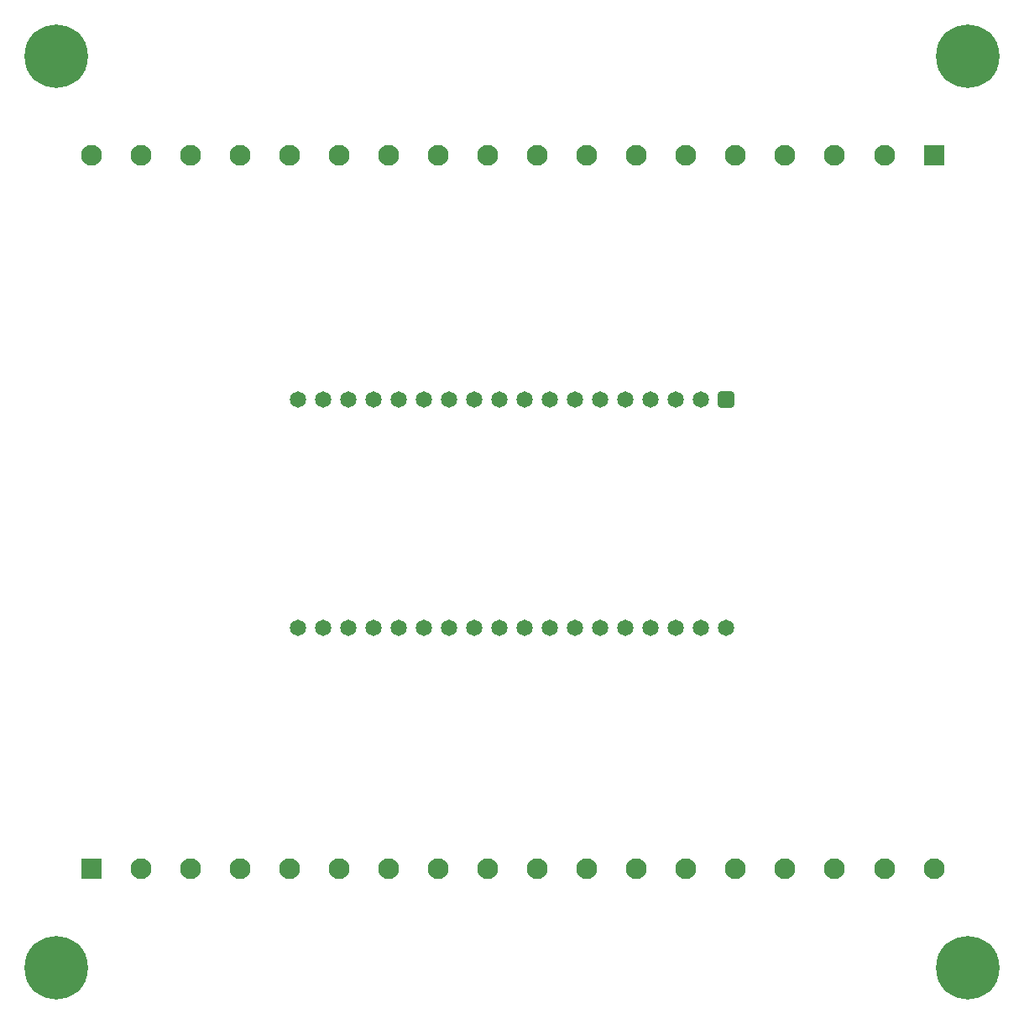
<source format=gbr>
%TF.GenerationSoftware,KiCad,Pcbnew,9.0.1*%
%TF.CreationDate,2025-05-27T14:39:04-03:00*%
%TF.ProjectId,breakout_heltec_wifi_lora_32_v3,62726561-6b6f-4757-945f-68656c746563,v0.1.0*%
%TF.SameCoordinates,Original*%
%TF.FileFunction,Copper,L2,Bot*%
%TF.FilePolarity,Positive*%
%FSLAX46Y46*%
G04 Gerber Fmt 4.6, Leading zero omitted, Abs format (unit mm)*
G04 Created by KiCad (PCBNEW 9.0.1) date 2025-05-27 14:39:04*
%MOMM*%
%LPD*%
G01*
G04 APERTURE LIST*
G04 Aperture macros list*
%AMRoundRect*
0 Rectangle with rounded corners*
0 $1 Rounding radius*
0 $2 $3 $4 $5 $6 $7 $8 $9 X,Y pos of 4 corners*
0 Add a 4 corners polygon primitive as box body*
4,1,4,$2,$3,$4,$5,$6,$7,$8,$9,$2,$3,0*
0 Add four circle primitives for the rounded corners*
1,1,$1+$1,$2,$3*
1,1,$1+$1,$4,$5*
1,1,$1+$1,$6,$7*
1,1,$1+$1,$8,$9*
0 Add four rect primitives between the rounded corners*
20,1,$1+$1,$2,$3,$4,$5,0*
20,1,$1+$1,$4,$5,$6,$7,0*
20,1,$1+$1,$6,$7,$8,$9,0*
20,1,$1+$1,$8,$9,$2,$3,0*%
G04 Aperture macros list end*
%TA.AperFunction,ComponentPad*%
%ADD10RoundRect,0.250000X-0.575000X0.575000X-0.575000X-0.575000X0.575000X-0.575000X0.575000X0.575000X0*%
%TD*%
%TA.AperFunction,ComponentPad*%
%ADD11C,1.650000*%
%TD*%
%TA.AperFunction,ComponentPad*%
%ADD12C,0.800000*%
%TD*%
%TA.AperFunction,ComponentPad*%
%ADD13C,6.400000*%
%TD*%
%TA.AperFunction,ComponentPad*%
%ADD14R,2.100000X2.100000*%
%TD*%
%TA.AperFunction,ComponentPad*%
%ADD15C,2.100000*%
%TD*%
G04 APERTURE END LIST*
D10*
%TO.P,U1,1,GND*%
%TO.N,Net-(J2-Pin_1)*%
X167580000Y-83927500D03*
D11*
%TO.P,U1,2,5V*%
%TO.N,Net-(J2-Pin_2)*%
X165040000Y-83927500D03*
%TO.P,U1,3,Ve*%
%TO.N,Net-(J2-Pin_3)*%
X162500000Y-83927500D03*
%TO.P,U1,4,Ve*%
%TO.N,Net-(J2-Pin_4)*%
X159960000Y-83927500D03*
%TO.P,U1,5,U0RXD/GPIO44/CP2102_TX*%
%TO.N,Net-(J2-Pin_5)*%
X157420000Y-83927500D03*
%TO.P,U1,6,U0TXD/GPIO43/CP2102_RX*%
%TO.N,Net-(J2-Pin_6)*%
X154880000Y-83927500D03*
%TO.P,U1,7,RST/RST_SW*%
%TO.N,Net-(J2-Pin_7)*%
X152340000Y-83927500D03*
%TO.P,U1,8,GPIO0/USER_SW*%
%TO.N,Net-(J2-Pin_8)*%
X149800000Y-83927500D03*
%TO.P,U1,9,GPIO36/SPIIO7/FSPICLK/SUBSPICLK/Vext_Ctrl*%
%TO.N,Net-(J2-Pin_9)*%
X147260000Y-83927500D03*
%TO.P,U1,10,GPIO35/SPIIO6/FSPID/SUBSPID/LED_Write*%
%TO.N,Net-(J2-Pin_10)*%
X144720000Y-83927500D03*
%TO.P,U1,11,GPIO34/SPIIO5/FSPICS0/SUBSPICS0*%
%TO.N,Net-(J2-Pin_11)*%
X142180000Y-83927500D03*
%TO.P,U1,12,GPIO33/SPIIO4/FSPIHD/SUBSPIHD*%
%TO.N,Net-(J2-Pin_12)*%
X139640000Y-83927500D03*
%TO.P,U1,13,GPIO47*%
%TO.N,Net-(J2-Pin_13)*%
X137100000Y-83927500D03*
%TO.P,U1,14,GPIO48*%
%TO.N,Net-(J2-Pin_14)*%
X134560000Y-83927500D03*
%TO.P,U1,15,GPIO26/SPICS1*%
%TO.N,Net-(J2-Pin_15)*%
X132020000Y-83927500D03*
%TO.P,U1,16,GPIO21/OLED_RST*%
%TO.N,Net-(J2-Pin_16)*%
X129480000Y-83927500D03*
%TO.P,U1,17,GPIO20/U1CTS/ADC2_CH9/CLK_OUT1/USB_D+*%
%TO.N,Net-(J2-Pin_17)*%
X126940000Y-83927500D03*
%TO.P,U1,18,GPIO19/U1RTS/ADC2_CH8/CLK_OUT2/USB_D-*%
%TO.N,Net-(J2-Pin_18)*%
X124400000Y-83927500D03*
%TO.P,U1,19,GND*%
%TO.N,Net-(J3-Pin_18)*%
X167580000Y-106947500D03*
%TO.P,U1,20,3V3*%
%TO.N,Net-(J3-Pin_17)*%
X165040000Y-106947500D03*
%TO.P,U1,21,3V3*%
%TO.N,Net-(J3-Pin_16)*%
X162500000Y-106947500D03*
%TO.P,U1,22,ADC_Ctrl/SUBSPIQ/FSPIQ/SPIDQS/GPIO37*%
%TO.N,Net-(J3-Pin_15)*%
X159960000Y-106947500D03*
%TO.P,U1,23,GPIO46*%
%TO.N,Net-(J3-Pin_14)*%
X157420000Y-106947500D03*
%TO.P,U1,24,GPIO45*%
%TO.N,Net-(J3-Pin_13)*%
X154880000Y-106947500D03*
%TO.P,U1,25,MTMS/GPIO42*%
%TO.N,Net-(J3-Pin_12)*%
X152340000Y-106947500D03*
%TO.P,U1,26,MTDI/GPIO41*%
%TO.N,Net-(J3-Pin_11)*%
X149800000Y-106947500D03*
%TO.P,U1,27,MTDO/GPIO40*%
%TO.N,Net-(J3-Pin_10)*%
X147260000Y-106947500D03*
%TO.P,U1,28,MTCK/GPIO39*%
%TO.N,Net-(J3-Pin_9)*%
X144720000Y-106947500D03*
%TO.P,U1,29,SUBSPIWP/FSPIWP/GPIO38*%
%TO.N,Net-(J3-Pin_8)*%
X142180000Y-106947500D03*
%TO.P,U1,30,TOUCH1/VBAT_Read/ADC1_CH0/GPIO1*%
%TO.N,Net-(J3-Pin_7)*%
X139640000Y-106947500D03*
%TO.P,U1,31,TOUCH2/ADC1_CH1/GPIO2*%
%TO.N,Net-(J3-Pin_6)*%
X137100000Y-106947500D03*
%TO.P,U1,32,TOUCH3/ADC1_CH2/GPIO3*%
%TO.N,Net-(J3-Pin_5)*%
X134560000Y-106947500D03*
%TO.P,U1,33,TOUCH4/ADC1_CH3/GPIO4*%
%TO.N,Net-(J3-Pin_4)*%
X132020000Y-106947500D03*
%TO.P,U1,34,TOUCH5/ADC1_CH4/GPIO5*%
%TO.N,Net-(J3-Pin_3)*%
X129480000Y-106947500D03*
%TO.P,U1,35,TOUCH6/ADC1_CH5/GPIO6*%
%TO.N,Net-(J3-Pin_2)*%
X126940000Y-106947500D03*
%TO.P,U1,36,TOUCH7/ADC1_CH6/GPIO7*%
%TO.N,Net-(J3-Pin_1)*%
X124400000Y-106947500D03*
%TD*%
D12*
%TO.P,H2,1*%
%TO.N,N/C*%
X189580000Y-49230000D03*
X190282944Y-47532944D03*
X190282944Y-50927056D03*
X191980000Y-46830000D03*
D13*
X191980000Y-49230000D03*
D12*
X191980000Y-51630000D03*
X193677056Y-47532944D03*
X193677056Y-50927056D03*
X194380000Y-49230000D03*
%TD*%
%TO.P,H1,1*%
%TO.N,N/C*%
X97580000Y-49230000D03*
X98282944Y-47532944D03*
X98282944Y-50927056D03*
X99980000Y-46830000D03*
D13*
X99980000Y-49230000D03*
D12*
X99980000Y-51630000D03*
X101677056Y-47532944D03*
X101677056Y-50927056D03*
X102380000Y-49230000D03*
%TD*%
D14*
%TO.P,J2,1,Pin_1*%
%TO.N,Net-(J2-Pin_1)*%
X188520000Y-59230000D03*
D15*
%TO.P,J2,2,Pin_2*%
%TO.N,Net-(J2-Pin_2)*%
X183520000Y-59230000D03*
%TO.P,J2,3,Pin_3*%
%TO.N,Net-(J2-Pin_3)*%
X178520000Y-59230000D03*
%TO.P,J2,4,Pin_4*%
%TO.N,Net-(J2-Pin_4)*%
X173520000Y-59230000D03*
%TO.P,J2,5,Pin_5*%
%TO.N,Net-(J2-Pin_5)*%
X168520000Y-59230000D03*
%TO.P,J2,6,Pin_6*%
%TO.N,Net-(J2-Pin_6)*%
X163520000Y-59230000D03*
%TO.P,J2,7,Pin_7*%
%TO.N,Net-(J2-Pin_7)*%
X158520000Y-59230000D03*
%TO.P,J2,8,Pin_8*%
%TO.N,Net-(J2-Pin_8)*%
X153520000Y-59230000D03*
%TO.P,J2,9,Pin_9*%
%TO.N,Net-(J2-Pin_9)*%
X148520000Y-59230000D03*
%TO.P,J2,10,Pin_10*%
%TO.N,Net-(J2-Pin_10)*%
X143520000Y-59230000D03*
%TO.P,J2,11,Pin_11*%
%TO.N,Net-(J2-Pin_11)*%
X138520000Y-59230000D03*
%TO.P,J2,12,Pin_12*%
%TO.N,Net-(J2-Pin_12)*%
X133520000Y-59230000D03*
%TO.P,J2,13,Pin_13*%
%TO.N,Net-(J2-Pin_13)*%
X128520000Y-59230000D03*
%TO.P,J2,14,Pin_14*%
%TO.N,Net-(J2-Pin_14)*%
X123520000Y-59230000D03*
%TO.P,J2,15,Pin_15*%
%TO.N,Net-(J2-Pin_15)*%
X118520000Y-59230000D03*
%TO.P,J2,16,Pin_16*%
%TO.N,Net-(J2-Pin_16)*%
X113520000Y-59230000D03*
%TO.P,J2,17,Pin_17*%
%TO.N,Net-(J2-Pin_17)*%
X108520000Y-59230000D03*
%TO.P,J2,18,Pin_18*%
%TO.N,Net-(J2-Pin_18)*%
X103520000Y-59230000D03*
%TD*%
D12*
%TO.P,H4,1*%
%TO.N,N/C*%
X189580000Y-141230000D03*
X190282944Y-139532944D03*
X190282944Y-142927056D03*
X191980000Y-138830000D03*
D13*
X191980000Y-141230000D03*
D12*
X191980000Y-143630000D03*
X193677056Y-139532944D03*
X193677056Y-142927056D03*
X194380000Y-141230000D03*
%TD*%
D14*
%TO.P,J3,1,Pin_1*%
%TO.N,Net-(J3-Pin_1)*%
X103520000Y-131230000D03*
D15*
%TO.P,J3,2,Pin_2*%
%TO.N,Net-(J3-Pin_2)*%
X108520000Y-131230000D03*
%TO.P,J3,3,Pin_3*%
%TO.N,Net-(J3-Pin_3)*%
X113520000Y-131230000D03*
%TO.P,J3,4,Pin_4*%
%TO.N,Net-(J3-Pin_4)*%
X118520000Y-131230000D03*
%TO.P,J3,5,Pin_5*%
%TO.N,Net-(J3-Pin_5)*%
X123520000Y-131230000D03*
%TO.P,J3,6,Pin_6*%
%TO.N,Net-(J3-Pin_6)*%
X128520000Y-131230000D03*
%TO.P,J3,7,Pin_7*%
%TO.N,Net-(J3-Pin_7)*%
X133520000Y-131230000D03*
%TO.P,J3,8,Pin_8*%
%TO.N,Net-(J3-Pin_8)*%
X138520000Y-131230000D03*
%TO.P,J3,9,Pin_9*%
%TO.N,Net-(J3-Pin_9)*%
X143520000Y-131230000D03*
%TO.P,J3,10,Pin_10*%
%TO.N,Net-(J3-Pin_10)*%
X148520000Y-131230000D03*
%TO.P,J3,11,Pin_11*%
%TO.N,Net-(J3-Pin_11)*%
X153520000Y-131230000D03*
%TO.P,J3,12,Pin_12*%
%TO.N,Net-(J3-Pin_12)*%
X158520000Y-131230000D03*
%TO.P,J3,13,Pin_13*%
%TO.N,Net-(J3-Pin_13)*%
X163520000Y-131230000D03*
%TO.P,J3,14,Pin_14*%
%TO.N,Net-(J3-Pin_14)*%
X168520000Y-131230000D03*
%TO.P,J3,15,Pin_15*%
%TO.N,Net-(J3-Pin_15)*%
X173520000Y-131230000D03*
%TO.P,J3,16,Pin_16*%
%TO.N,Net-(J3-Pin_16)*%
X178520000Y-131230000D03*
%TO.P,J3,17,Pin_17*%
%TO.N,Net-(J3-Pin_17)*%
X183520000Y-131230000D03*
%TO.P,J3,18,Pin_18*%
%TO.N,Net-(J3-Pin_18)*%
X188520000Y-131230000D03*
%TD*%
D12*
%TO.P,H3,1*%
%TO.N,N/C*%
X97580000Y-141230000D03*
X98282944Y-139532944D03*
X98282944Y-142927056D03*
X99980000Y-138830000D03*
D13*
X99980000Y-141230000D03*
D12*
X99980000Y-143630000D03*
X101677056Y-139532944D03*
X101677056Y-142927056D03*
X102380000Y-141230000D03*
%TD*%
M02*

</source>
